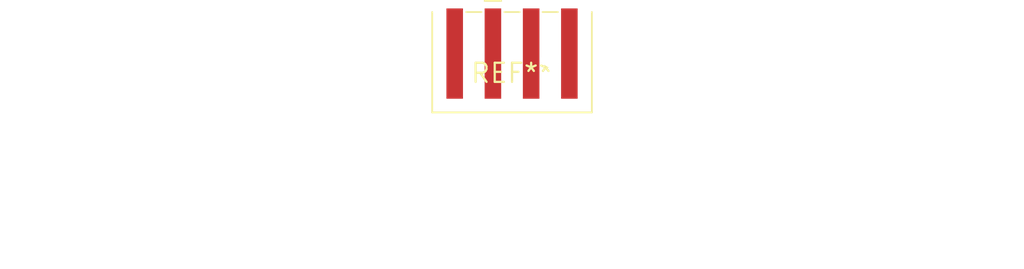
<source format=kicad_pcb>
(kicad_pcb (version 20240108) (generator pcbnew)
  (layers (0 "F.Cu" signal) (31 "B.Cu" signal) (34 "B.Paste" user) (35 "F.Paste" user) (36 "B.SilkS" user "B.Silkscreen") (37 "F.SilkS" user "F.Silkscreen") (38 "B.Mask" user) (39 "F.Mask" user) (44 "Edge.Cuts" user))
  (net 0 "")
  (footprint "Harting_har-flexicon_14110213002xxx_1x02-MP_P2.54mm_Horizontal" (layer "F.Cu") (at 0 0)
    (property "Reference" "REF**")
    (property "Value" "Harting_har-flexicon_14110213002xxx_1x02-MP_P2.54mm_Horizontal")
    (fp_line (start -5.305 -4.06) (end -5.305 2.61) (layer "F.SilkS") (stroke (width 0.12)))
    (fp_line (start -3.048 -4.06) (end -2.032 -4.06) (layer "F.SilkS") (stroke (width 0.12)))
    (fp_line (start -1.82 -4.8) (end -0.72 -4.8) (layer "F.SilkS") (stroke (width 0.12)))
    (fp_line (start -0.508 -4.06) (end 0.508 -4.06) (layer "F.SilkS") (stroke (width 0.12)))
    (fp_line (start 2.032 -4.06) (end 3.048 -4.06) (layer "F.SilkS") (stroke (width 0.12)))
    (fp_line (start 5.305 -4.06) (end 5.305 2.61) (layer "F.SilkS") (stroke (width 0.12)))
    (fp_line (start 5.305 2.61) (end -5.305 2.61) (layer "F.SilkS") (stroke (width 0.12)))
    (pad "" np_thru_hole circle (at -2.54 -1.5) (size 1 1) (drill 1) (layers *.Cu *.Mask))
    (pad "" np_thru_hole circle (at 2.54 -0.9) (size 1 1) (drill 1) (layers *.Cu *.Mask))
    (pad "1" smd rect (at -1.27 -1.3) (size 1.1 6) (layers "F.Cu" "F.Paste" "F.Mask"))
    (pad "2" smd rect (at 1.27 -1.3) (size 1.1 6) (layers "F.Cu" "F.Paste" "F.Mask"))
    (pad "MP" smd rect (at -3.81 -1.3) (size 1.1 6) (layers "F.Cu" "F.Paste" "F.Mask"))
    (pad "MP" smd rect (at 3.81 -1.3) (size 1.1 6) (layers "F.Cu" "F.Paste" "F.Mask"))
  )
)
</source>
